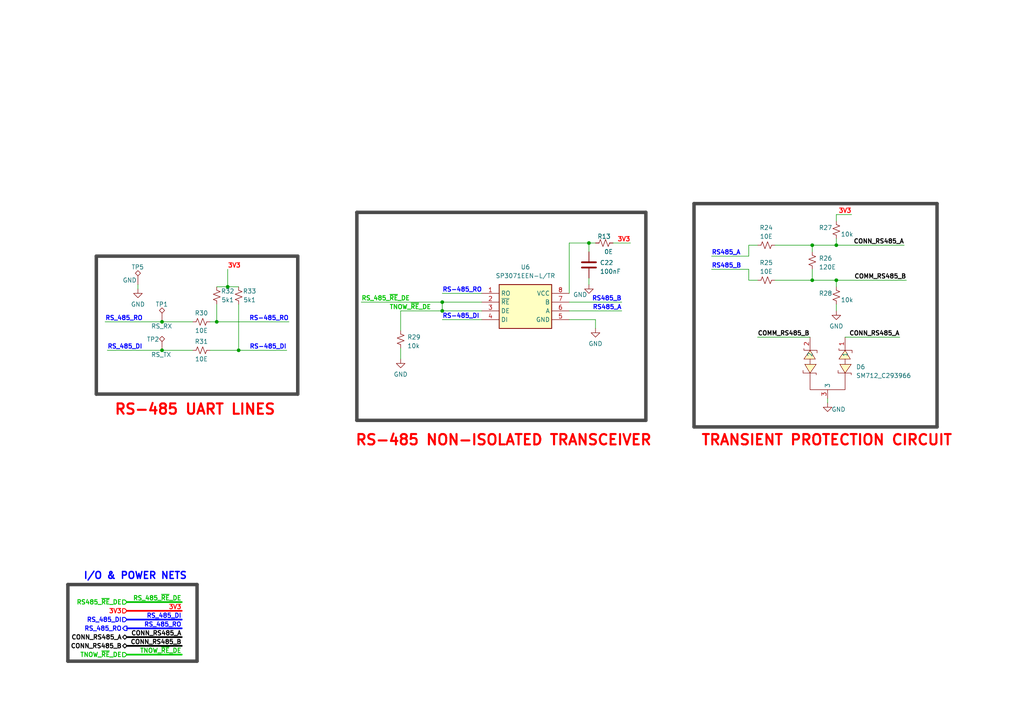
<source format=kicad_sch>
(kicad_sch (version 20230121) (generator eeschema)
  (paper "A4")
  (lib_symbols
    (symbol "ESP32-S3_DB:C" (pin_numbers hide) (pin_names (offset 0.254))
      (property "Reference" "C" (at 0.635 2.54 0))
      (property "Value" "C" (at 0.635 -2.54 0))
      (symbol "C_0_1"
        (polyline (pts (xy -2.032 -0.762) (xy 2.032 -0.762)) (stroke (width 0.508)))
        (polyline (pts (xy -2.032 0.762) (xy 2.032 0.762)) (stroke (width 0.508)))
      )
      (symbol "C_1_1"
        (pin passive line (at 0 3.81 270) (length 2.794) (name "~") (number "1"))
        (pin passive line (at 0 -3.81 90) (length 2.794) (name "~") (number "2"))
      )
    )
    (symbol "ESP32-S3_DB:GND" (power) (pin_names (offset 0))
      (property "Value" "GND" (at 0 -3.81 0))
      (symbol "GND_0_1"
        (polyline (pts (xy 0 0) (xy 0 -1.27) (xy 1.27 -1.27) (xy 0 -2.54) (xy -1.27 -1.27) (xy 0 -1.27)))
      )
      (symbol "GND_1_1"
        (pin power_in line (at 0 0 270) (length 0) hide (name "GND") (number "1"))
      )
    )
    (symbol "ESP32-S3_DB:R_Small_US" (pin_numbers hide) (pin_names (offset 0.254) hide)
      (property "Reference" "R" (at 0.762 0.508 0))
      (property "Value" "R_Small_US" (at 0.762 -1.016 0))
      (symbol "R_Small_US_1_1"
        (polyline (pts (xy 0 0) (xy 1.016 -0.381) (xy 0 -0.762) (xy -1.016 -1.143) (xy 0 -1.524)))
        (polyline (pts (xy 0 1.524) (xy 1.016 1.143) (xy 0 0.762) (xy -1.016 0.381) (xy 0 0)))
        (pin passive line (at 0 2.54 270) (length 1.016) (name "~") (number "1"))
        (pin passive line (at 0 -2.54 90) (length 1.016) (name "~") (number "2"))
      )
    )
    (symbol "ESP32-S3_DB:SM712_C293966"
      (property "Reference" "D" (at 0 15.24 0))
      (property "Value" "SM712_C293966" (at 0 -12.7 0))
      (symbol "SM712_C293966_0_1"
        (polyline (pts (xy -5.08 -1.27) (xy -5.08 0.25)))
        (polyline (pts (xy 5.08 -1.27) (xy 5.08 0.25)))
        (polyline (pts (xy -6.86 3.3) (xy -6.86 2.79) (xy -3.05 2.79) (xy -3.05 2.03)))
        (polyline (pts (xy -6.6 -1.27) (xy -5.08 -3.81) (xy -3.3 -1.27) (xy -6.6 -1.27)) (fill (type background)))
        (polyline (pts (xy -5.08 2.79) (xy -5.08 7.62) (xy 5.08 7.62) (xy 5.08 2.79)))
        (polyline (pts (xy -3.56 0.25) (xy -5.08 2.79) (xy -6.86 0.25) (xy -3.56 0.25)) (fill (type background)))
        (polyline (pts (xy -3.3 -4.32) (xy -3.3 -3.81) (xy -7.11 -3.81) (xy -7.11 -3.05)))
        (polyline (pts (xy 3.3 3.3) (xy 3.3 2.79) (xy 7.11 2.79) (xy 7.11 2.03)))
        (polyline (pts (xy 3.56 -1.27) (xy 5.08 -3.81) (xy 6.86 -1.27) (xy 3.56 -1.27)) (fill (type background)))
        (polyline (pts (xy 6.6 0.25) (xy 5.08 2.79) (xy 3.3 0.25) (xy 6.6 0.25)) (fill (type background)))
        (polyline (pts (xy 6.86 -4.32) (xy 6.86 -3.81) (xy 3.05 -3.81) (xy 3.05 -3.05)))
        (pin unspecified line (at -5.08 -7.62 90) (length 3.81) (name "1") (number "1"))
        (pin unspecified line (at 5.08 -7.62 90) (length 3.81) (name "2") (number "2"))
        (pin unspecified line (at 0 10.16 270) (length 2.54) (name "3") (number "3"))
      )
    )
    (symbol "ESP32-S3_DB:SP3071EEN-L/TR"
      (property "Reference" "U" (at 21.59 7.62 0))
      (property "Value" "SP3071EEN-L/TR" (at 21.59 5.08 0))
      (symbol "SP3071EEN-L/TR_1_1"
        (rectangle (start 5.08 2.54) (end 20.32 -10.16) (stroke (width 0.254)) (fill (type background)))
        (pin passive line (at 0 0 0) (length 5.08) (name "RO") (number "1"))
        (pin passive line (at 0 -2.54 0) (length 5.08) (name "~{RE}") (number "2"))
        (pin passive line (at 0 -5.08 0) (length 5.08) (name "DE") (number "3"))
        (pin passive line (at 0 -7.62 0) (length 5.08) (name "DI") (number "4"))
        (pin passive line (at 25.4 -7.62 180) (length 5.08) (name "GND") (number "5"))
        (pin passive line (at 25.4 -5.08 180) (length 5.08) (name "A") (number "6"))
        (pin passive line (at 25.4 -2.54 180) (length 5.08) (name "B") (number "7"))
        (pin passive line (at 25.4 0 180) (length 5.08) (name "VCC") (number "8"))
      )
    )
    (symbol "ESP32-S3_DB:TestPoint_Alt" (pin_numbers hide) (pin_names (offset 0.762) hide)
      (property "Reference" "TP" (at 0 6.858 0))
      (property "Value" "TestPoint_Alt" (at 0 5.08 0))
      (symbol "TestPoint_Alt_0_1"
        (polyline (pts (xy 0 2.54) (xy -0.762 3.302) (xy 0 4.064) (xy 0.762 3.302) (xy 0 2.54)))
      )
      (symbol "TestPoint_Alt_1_1"
        (pin passive line (at 0 0 90) (length 2.54) (name "1") (number "1"))
      )
    )
  )
  (junction (at 242.57 71.12))
  (junction (at 69.215 101.6))
  (junction (at 242.57 81.28))
  (junction (at 66.04 83.185))
  (junction (at 170.815 70.485))
  (junction (at 235.585 81.28))
  (junction (at 128.27 87.63))
  (junction (at 128.27 90.17))
  (junction (at 46.99 101.6))
  (junction (at 62.865 93.345))
  (junction (at 46.99 93.345))
  (junction (at 235.585 71.12))
  (wire (pts (xy 217.17 81.28) (xy 219.71 81.28)))
  (wire (pts (xy 180.34 90.17) (xy 165.1 90.17)))
  (wire (pts (xy 170.815 80.645) (xy 170.815 82.55)))
  (wire (pts (xy 234.95 97.79) (xy 219.71 97.79)))
  (bus (pts (xy 271.78 123.825) (xy 271.78 59.055)) (stroke (width 1) (color 72 72 72 1)))
  (wire (pts (xy 180.34 87.63) (xy 165.1 87.63)))
  (wire (pts (xy 116.205 95.885) (xy 116.205 90.17)))
  (wire (pts (xy 224.79 81.28) (xy 235.585 81.28)))
  (wire (pts (xy 235.585 71.12) (xy 235.585 73.025)))
  (bus (pts (xy 27.94 114.3) (xy 27.94 74.295)) (stroke (width 1) (color 72 72 72 1)))
  (wire (pts (xy 172.72 95.25) (xy 172.72 92.71)))
  (wire (pts (xy 242.57 81.28) (xy 262.89 81.28)))
  (wire (pts (xy 128.27 87.63) (xy 128.27 90.17)))
  (wire (pts (xy 217.17 71.12) (xy 219.71 71.12)))
  (wire (pts (xy 235.585 71.12) (xy 242.57 71.12)))
  (bus (pts (xy 86.36 114.3) (xy 27.94 114.3)) (stroke (width 1) (color 72 72 72 1)))
  (bus (pts (xy 19.685 169.545) (xy 57.15 169.545)) (stroke (width 1) (color 72 72 72 1)))
  (wire (pts (xy 66.04 83.185) (xy 62.865 83.185)))
  (bus (pts (xy 201.295 123.825) (xy 271.78 123.825)) (stroke (width 1) (color 72 72 72 1)))
  (wire (pts (xy 206.375 74.295) (xy 217.17 74.295)))
  (wire (pts (xy 242.57 71.12) (xy 262.255 71.12)))
  (bus (pts (xy 271.78 59.055) (xy 201.295 59.055)) (stroke (width 1) (color 72 72 72 1)))
  (wire (pts (xy 52.705 179.705) (xy 36.83 179.705)) (stroke (width 0.5) (color 0 0 255 1)))
  (wire (pts (xy 242.57 81.28) (xy 242.57 83.185)))
  (wire (pts (xy 165.1 70.485) (xy 165.1 85.09)))
  (wire (pts (xy 217.17 78.105) (xy 217.17 81.28)))
  (wire (pts (xy 60.96 101.6) (xy 69.215 101.6)))
  (bus (pts (xy 103.505 61.595) (xy 187.325 61.595)) (stroke (width 1) (color 72 72 72 1)))
  (wire (pts (xy 128.27 92.71) (xy 139.7 92.71)))
  (wire (pts (xy 52.705 184.785) (xy 36.83 184.785)) (stroke (width 0.5) (color 0 0 0 1)))
  (wire (pts (xy 69.215 88.265) (xy 69.215 101.6)))
  (wire (pts (xy 177.8 70.485) (xy 182.88 70.485)))
  (wire (pts (xy 170.815 70.485) (xy 172.72 70.485)))
  (bus (pts (xy 187.325 121.92) (xy 103.505 121.92)) (stroke (width 1) (color 72 72 72 1)))
  (wire (pts (xy 128.27 87.63) (xy 139.7 87.63)))
  (wire (pts (xy 224.79 71.12) (xy 235.585 71.12)))
  (wire (pts (xy 66.04 78.105) (xy 66.04 83.185)))
  (wire (pts (xy 46.99 101.6) (xy 55.88 101.6)))
  (wire (pts (xy 52.705 174.625) (xy 36.83 174.625)) (stroke (width 0.5) (color 0 194 0 1)))
  (wire (pts (xy 46.99 93.345) (xy 55.88 93.345)))
  (wire (pts (xy 242.57 71.12) (xy 242.57 69.215)))
  (bus (pts (xy 201.295 59.055) (xy 201.295 123.825)) (stroke (width 1) (color 72 72 72 1)))
  (wire (pts (xy 66.04 83.185) (xy 69.215 83.185)))
  (bus (pts (xy 57.15 191.77) (xy 19.685 191.77)) (stroke (width 1) (color 72 72 72 1)))
  (wire (pts (xy 83.82 93.345) (xy 62.865 93.345)))
  (bus (pts (xy 19.685 169.545) (xy 19.685 191.77)) (stroke (width 1) (color 72 72 72 1)))
  (wire (pts (xy 217.17 74.295) (xy 217.17 71.12)))
  (wire (pts (xy 247.015 62.23) (xy 242.57 62.23)))
  (wire (pts (xy 104.775 87.63) (xy 128.27 87.63)))
  (bus (pts (xy 103.505 61.595) (xy 103.505 121.92)) (stroke (width 1) (color 72 72 72 1)))
  (wire (pts (xy 116.205 100.965) (xy 116.205 104.14)))
  (wire (pts (xy 52.705 189.865) (xy 36.83 189.865)) (stroke (width 0.5) (color 0 194 0 1)))
  (wire (pts (xy 62.865 88.265) (xy 62.865 93.345)))
  (bus (pts (xy 187.325 61.595) (xy 187.325 121.92)) (stroke (width 1) (color 72 72 72 1)))
  (wire (pts (xy 170.815 70.485) (xy 165.1 70.485)))
  (wire (pts (xy 242.57 90.17) (xy 242.57 88.265)))
  (wire (pts (xy 52.705 182.245) (xy 36.83 182.245)) (stroke (width 0.5) (color 0 0 255 1)))
  (wire (pts (xy 206.375 78.105) (xy 217.17 78.105)))
  (wire (pts (xy 62.865 93.345) (xy 60.96 93.345)))
  (bus (pts (xy 86.36 74.295) (xy 86.36 114.3)) (stroke (width 1) (color 72 72 72 1)))
  (wire (pts (xy 240.03 116.84) (xy 240.03 115.57)))
  (wire (pts (xy 31.115 101.6) (xy 46.99 101.6)))
  (wire (pts (xy 30.48 93.345) (xy 46.99 93.345)))
  (wire (pts (xy 69.215 101.6) (xy 83.185 101.6)))
  (wire (pts (xy 52.705 177.165) (xy 36.83 177.165)) (stroke (width 0.5) (color 255 0 0 1)))
  (wire (pts (xy 128.27 85.09) (xy 139.7 85.09)))
  (wire (pts (xy 170.815 73.025) (xy 170.815 70.485)))
  (bus (pts (xy 57.15 169.545) (xy 57.15 191.77)) (stroke (width 1) (color 72 72 72 1)))
  (wire (pts (xy 235.585 78.105) (xy 235.585 81.28)))
  (bus (pts (xy 27.94 74.295) (xy 86.36 74.295)) (stroke (width 1) (color 72 72 72 1)))
  (wire (pts (xy 40.005 83.82) (xy 40.005 82.55)))
  (wire (pts (xy 128.27 90.17) (xy 116.205 90.17)))
  (wire (pts (xy 128.27 90.17) (xy 139.7 90.17)))
  (wire (pts (xy 235.585 81.28) (xy 242.57 81.28)))
  (wire (pts (xy 172.72 92.71) (xy 165.1 92.71)))
  (wire (pts (xy 52.705 187.325) (xy 36.83 187.325)) (stroke (width 0.5) (color 0 0 0 1)))
  (wire (pts (xy 260.985 97.79) (xy 245.11 97.79)))
  (wire (pts (xy 242.57 62.23) (xy 242.57 64.135)))
  (text "I/O & POWER NETS" (at 24.13 168.275 0) (effects (font (size 2 2) bold) (justify left bottom)))
  (text "TRANSIENT PROTECTION CIRCUIT" (at 203.2 129.54 0) (effects (font (size 3 3) bold) (justify left bottom)))
  (text "RS-485 UART LINES" (at 33.02 120.65 0) (effects (font (size 3 3) bold) (justify left bottom)))
  (text "RS-485 NON-ISOLATED TRANSCEIVER\n" (at 102.87 129.54 0) (effects (font (size 3 3) bold) (justify left bottom)))
  (label "RS485_B" (at 206.375 78.105 0) (effects (font bold)))
  (label "3V3" (at 52.705 177.165 180) (effects (font (thickness 0.254) bold)))
  (label "COMM_RS485_B" (at 262.89 81.28 180) (effects (font (thickness 0.254) bold)))
  (label "TNOW_~{RE}_DE" (at 125.095 90.17 180) (effects (font bold)))
  (label "3V3" (at 182.88 70.485 180) (effects (font (thickness 0.254) bold)))
  (label "RS_485_DI" (at 31.115 101.6 0) (effects (font (thickness 0.254) bold)))
  (label "RS-485_RO" (at 83.82 93.345 180) (effects (font bold)))
  (label "RS-485_DI" (at 83.185 101.6 180) (effects (font bold)))
  (label "RS_485_RO" (at 52.705 182.245 180) (effects (font (thickness 0.254) bold)))
  (label "COMM_RS485_B" (at 219.71 97.79 0) (effects (font (thickness 0.254) bold)))
  (label "RS_485_~{RE}_DE" (at 104.775 87.63 0) (effects (font bold)))
  (label "RS485_B" (at 180.34 87.63 180) (effects (font bold)))
  (label "RS_485_DI" (at 52.705 179.705 180) (effects (font (thickness 0.254) bold)))
  (label "CONN_RS485_A" (at 262.255 71.12 180) (effects (font (thickness 0.254) bold)))
  (label "CONN_RS485_A" (at 260.985 97.79 180) (effects (font (thickness 0.254) bold)))
  (label "RS-485_DI" (at 128.27 92.71 0) (effects (font bold)))
  (label "RS485_A" (at 206.375 74.295 0) (effects (font bold)))
  (label "RS_485_RO" (at 30.48 93.345 0) (effects (font (thickness 0.254) bold)))
  (label "CONN_RS485_A" (at 52.705 184.785 180) (effects (font (thickness 0.254) bold)))
  (label "TNOW_~{RE}_DE" (at 52.705 189.865 180) (effects (font bold)))
  (label "3V3" (at 247.015 62.23 180) (effects (font (thickness 0.254) bold)))
  (label "RS-485_RO" (at 128.27 85.09 0) (effects (font bold)))
  (label "3V3" (at 66.04 78.105 0) (effects (font (thickness 0.254) bold)))
  (label "RS_485_~{RE}_DE" (at 52.705 174.625 180) (effects (font bold)))
  (label "CONN_RS485_B" (at 52.705 187.325 180) (effects (font (thickness 0.254) bold)))
  (label "RS485_A" (at 180.34 90.17 180) (effects (font bold)))
  (hierarchical_label "RS_485_DI" (shape input) (at 36.83 179.705 180) (effects (font bold)))
  (hierarchical_label "CONN_RS485_A" (shape bidirectional) (at 36.83 184.785 180) (effects (font bold)))
  (hierarchical_label "3V3" (shape input) (at 36.83 177.165 180) (effects (font (thickness 0.254) bold)))
  (hierarchical_label "RS_485_RO" (shape output) (at 36.83 182.245 180) (effects (font bold)))
  (hierarchical_label "RS485_~{RE}_DE" (shape input) (at 36.83 174.625 180) (effects (font bold)))
  (hierarchical_label "CONN_RS485_B" (shape bidirectional) (at 36.83 187.325 180) (effects (font bold)))
  (hierarchical_label "TNOW_~{RE}_DE" (shape input) (at 36.83 189.865 180) (effects (font bold)))
  (symbol (lib_id "ESP32-S3_DB:GND") (at 242.57 90.17 0) (unit 1)
    (property "Reference" "#PWR036" (effects hide))
    (property "Value" "GND" (at 242.57 94.615 0))
  )
  (symbol (lib_id "ESP32-S3_DB:R_Small_US") (at 58.42 93.345 90) (unit 1)
    (property "Reference" "R30" (at 58.42 90.805 90))
    (property "Value" "10E" (at 58.42 95.885 90))
    (property "Footprint" "ESP32-S3_Dev_Board:R_0402_1005Metric" (effects hide))
    (property "PN" "RTT02100JTH" (effects hide))
  )
  (symbol (lib_id "ESP32-S3_DB:R_Small_US") (at 58.42 101.6 90) (unit 1)
    (property "Reference" "R31" (at 58.42 99.06 90))
    (property "Value" "10E" (at 58.42 104.14 90))
    (property "Footprint" "ESP32-S3_Dev_Board:R_0402_1005Metric" (effects hide))
    (property "PN" "RTT02100JTH" (effects hide))
  )
  (symbol (lib_id "ESP32-S3_DB:R_Small_US") (at 222.25 71.12 90) (unit 1)
    (property "Reference" "R24" (at 222.25 66.04 90))
    (property "Value" "10E" (at 222.25 68.58 90))
    (property "Footprint" "ESP32-S3_Dev_Board:R_0402_1005Metric" (effects hide))
    (property "PN" "RTT02100JTH" (effects hide))
  )
  (symbol (lib_id "ESP32-S3_DB:GND") (at 172.72 95.25 0) (unit 1)
    (property "Reference" "#PWR034" (effects hide))
    (property "Value" "GND" (at 172.72 99.695 0))
  )
  (symbol (lib_id "ESP32-S3_DB:GND") (at 170.815 82.55 0) (unit 1)
    (property "Reference" "#PWR035" (effects hide))
    (property "Value" "GND" (at 168.275 85.471 0))
  )
  (symbol (lib_id "ESP32-S3_DB:R_Small_US") (at 235.585 75.565 180) (unit 1)
    (property "Reference" "R26" (at 237.49 74.93 0) (effects (justify right)))
    (property "Value" "120E" (at 237.49 77.47 0) (effects (justify right)))
    (property "Footprint" "ESP32-S3_Dev_Board:R_0402_1005Metric" (effects hide))
    (property "PN" "RC0402FR-07120RL" (effects hide))
  )
  (symbol (lib_id "ESP32-S3_DB:R_Small_US") (at 242.57 66.675 180) (unit 1)
    (property "Reference" "R27" (at 237.49 66.04 0) (effects (justify right)))
    (property "Value" "10k" (at 243.84 67.945 0) (effects (justify right)))
    (property "Footprint" "ESP32-S3_Dev_Board:R_0402_1005Metric" (effects hide))
    (property "PN" "RC0402FR-0710KL" (effects hide))
  )
  (symbol (lib_id "ESP32-S3_DB:R_Small_US") (at 222.25 81.28 90) (unit 1)
    (property "Reference" "R25" (at 222.25 76.2 90))
    (property "Value" "10E" (at 222.25 78.74 90))
    (property "Footprint" "ESP32-S3_Dev_Board:R_0402_1005Metric" (effects hide))
    (property "PN" "RTT02100JTH" (effects hide))
  )
  (symbol (lib_id "ESP32-S3_DB:TestPoint_Alt") (at 46.99 101.6 0) (unit 1)
    (property "Reference" "TP2" (at 42.545 98.425 0) (effects (justify left)))
    (property "Value" "RS_TX" (at 43.815 102.87 0) (effects (justify left)))
    (property "Footprint" "ESP32-S3_Dev_Board:Test_Pad_1.5mm" (effects hide))
  )
  (symbol (lib_id "ESP32-S3_DB:GND") (at 240.03 116.84 0) (unit 1)
    (property "Reference" "#PWR037" (effects hide))
    (property "Value" "GND" (at 243.205 118.745 0))
  )
  (symbol (lib_id "ESP32-S3_DB:R_Small_US") (at 175.26 70.485 90) (unit 1)
    (property "Reference" "R13" (at 177.165 68.58 90) (effects (justify left)))
    (property "Value" "0E" (at 177.8 73.025 90) (effects (justify left)))
    (property "Footprint" "ESP32-S3_Dev_Board:R_0603_1608Metric" (effects hide))
    (property "PN" "RC0603JR-070RL" (effects hide))
  )
  (symbol (lib_id "ESP32-S3_DB:SM712_C293966") (at 240.03 105.41 180) (unit 1)
    (property "Reference" "D6" (at 248.285 106.425 0) (effects (justify right)))
    (property "Value" "SM712_C293966" (at 248.285 108.965 0) (effects (justify right)))
    (property "Footprint" "ESP32-S3_Dev_Board:SOT-23-3" (effects hide))
    (property "Datasheet" "https://lcsc.com/product-detail/TVS_DOWO-SM712_C293966.html" (effects hide))
    (property "LCSC Part" "C293966" (effects hide))
    (property "PN" "SM712" (effects hide))
  )
  (symbol (lib_id "ESP32-S3_DB:SP3071EEN-L/TR") (at 139.7 85.09 0) (unit 1)
    (property "Reference" "U6" (at 152.4 77.47 0))
    (property "Value" "SP3071EEN-L/TR" (at 152.4 80.01 0))
    (property "Footprint" "ESP32-S3_Dev_Board:SOP-8_3.9x4.9mm_P1.27mm" (effects hide))
    (property "Datasheet" "https://datasheets.maximintegrated.com/en/ds/MAX1487-MAX491.pdf" (effects hide))
    (property "Height" "1.75" (effects hide))
    (property "Manufacturer_Name" "Analog Devices" (effects hide))
    (property "Manufacturer_Part_Number" "MAX485ESA+T" (effects hide))
    (property "Mouser Part Number" "700-MAX485ESAT" (effects hide))
    (property "Mouser Price/Stock" "https://www.mouser.co.uk/ProductDetail/Analog-Devices-Maxim-Integrated/MAX485ESA%2bT?qs=LHmEVA8xxfYXmvxEk%252BFtEg%3D%3D" (effects hide))
    (property "Arrow Part Number" "MAX485ESA+T" (effects hide))
    (property "Arrow Price/Stock" "https://www.arrow.com/en/products/max485esat/maxim-integrated?region=nac" (effects hide))
  )
  (symbol (lib_id "ESP32-S3_DB:R_Small_US") (at 69.215 85.725 180) (unit 1)
    (property "Reference" "R33" (at 72.39 84.455 0))
    (property "Value" "5k1" (at 72.39 86.995 0))
    (property "Footprint" "ESP32-S3_Dev_Board:R_0402_1005Metric" (effects hide))
    (property "PN" "RC0402FR-075K1L" (effects hide))
  )
  (symbol (lib_id "ESP32-S3_DB:C") (at 170.815 76.835 0) (unit 1)
    (property "Reference" "C22" (at 173.99 76.2 0) (effects (justify left)))
    (property "Value" "100nF" (at 173.99 78.74 0) (effects (justify left)))
    (property "Footprint" "ESP32-S3_Dev_Board:C_0402_1005Metric" (effects hide))
    (property "PN" "EMK107B7104KAHT" (effects hide))
  )
  (symbol (lib_id "ESP32-S3_DB:R_Small_US") (at 62.865 85.725 180) (unit 1)
    (property "Reference" "R32" (at 66.04 84.455 0))
    (property "Value" "5k1" (at 66.04 86.995 0))
    (property "Footprint" "ESP32-S3_Dev_Board:R_0402_1005Metric" (effects hide))
    (property "PN" "RC0402FR-075K1L" (effects hide))
  )
  (symbol (lib_id "ESP32-S3_DB:TestPoint_Alt") (at 46.99 93.345 0) (unit 1)
    (property "Reference" "TP1" (at 45.085 88.265 0) (effects (justify left)))
    (property "Value" "RS_RX" (at 43.815 94.615 0) (effects (justify left)))
    (property "Footprint" "ESP32-S3_Dev_Board:Test_Pad_1.5mm" (effects hide))
  )
  (symbol (lib_id "ESP32-S3_DB:R_Small_US") (at 242.57 85.725 180) (unit 1)
    (property "Reference" "R28" (at 237.49 85.09 0) (effects (justify right)))
    (property "Value" "10k" (at 243.84 86.995 0) (effects (justify right)))
    (property "Footprint" "ESP32-S3_Dev_Board:R_0402_1005Metric" (effects hide))
    (property "PN" "RC0402FR-0710KL" (effects hide))
  )
  (symbol (lib_id "ESP32-S3_DB:TestPoint_Alt") (at 40.005 82.55 0) (unit 1)
    (property "Reference" "TP5" (at 38.1 77.47 0) (effects (justify left)))
    (property "Value" "GND" (at 35.56 81.28 0) (effects (justify left)))
    (property "Footprint" "ESP32-S3_Dev_Board:Test_Pad_1.5mm" (effects hide))
  )
  (symbol (lib_id "ESP32-S3_DB:GND") (at 40.005 83.82 0) (unit 1)
    (property "Reference" "#PWR069" (effects hide))
    (property "Value" "GND" (at 40.005 88.265 0))
  )
  (symbol (lib_id "ESP32-S3_DB:GND") (at 116.205 104.14 0) (unit 1)
    (property "Reference" "#PWR038" (effects hide))
    (property "Value" "GND" (at 116.205 108.585 0))
  )
  (symbol (lib_id "ESP32-S3_DB:R_Small_US") (at 116.205 98.425 180) (unit 1)
    (property "Reference" "R29" (at 118.11 97.79 0) (effects (justify right)))
    (property "Value" "10k" (at 118.11 100.33 0) (effects (justify right)))
    (property "Footprint" "ESP32-S3_Dev_Board:R_0402_1005Metric" (effects hide))
    (property "PN" "RC0402FR-0710KL" (effects hide))
  )
)
</source>
